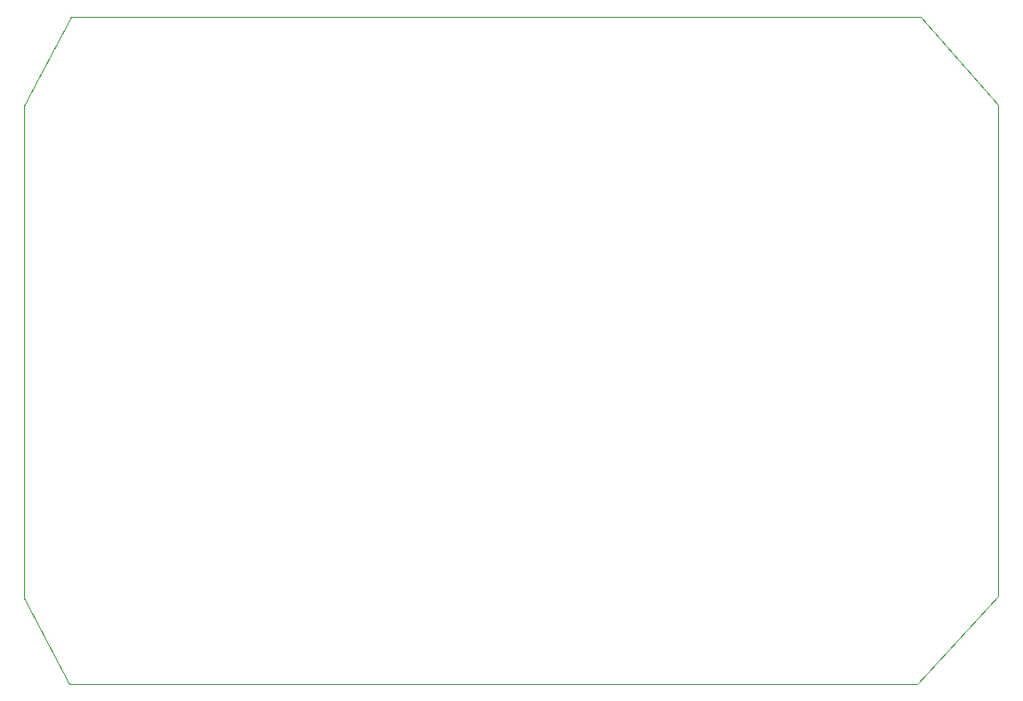
<source format=gko>
%FSTAX24Y24*%
%MOIN*%
G70*
G01*
G75*
G04 Layer_Color=16711935*
%ADD10R,0.0050X0.1000*%
%ADD11R,0.0440X0.0400*%
%ADD12R,0.0400X0.0440*%
%ADD13R,0.0440X0.0400*%
%ADD14R,0.0240X0.0870*%
%ADD15R,0.0240X0.0870*%
%ADD16R,0.1380X0.0480*%
%ADD17C,0.0160*%
%ADD18C,0.0240*%
%ADD19C,0.0120*%
%ADD20C,0.0200*%
%ADD21O,0.0600X0.1200*%
%ADD22O,0.1200X0.0600*%
%ADD23C,0.1250*%
%ADD24C,0.0400*%
%ADD25C,0.0060*%
%ADD26C,0.0050*%
%ADD27C,0.0020*%
%ADD28C,0.0100*%
%ADD29C,0.0034*%
%ADD30R,0.0130X0.1080*%
%ADD31R,0.0520X0.0480*%
%ADD32R,0.0480X0.0520*%
%ADD33R,0.0520X0.0480*%
%ADD34R,0.0320X0.0950*%
%ADD35R,0.0320X0.0950*%
%ADD36R,0.1460X0.0560*%
%ADD37O,0.0680X0.1280*%
%ADD38O,0.1280X0.0680*%
%ADD39C,0.1330*%
%ADD40C,0.0480*%
%ADD41C,0.0005*%
%ADD42C,0.0000*%
%ADD43R,0.0159X0.0238*%
%ADD44R,0.0238X0.0159*%
%ADD45R,0.0318X0.0159*%
%ADD46C,0.0040*%
%ADD47R,0.0200X0.0375*%
%ADD48R,0.0197X0.0375*%
%ADD49R,0.0375X0.0200*%
%ADD50R,0.0375X0.0197*%
%ADD51R,0.0340X0.0160*%
D42*
X01Y01325D02*
Y0317D01*
X01175Y03505D01*
X04361D01*
X04653Y03175D01*
Y0133D02*
Y03175D01*
X0435Y01D02*
X04653Y0133D01*
X0117Y01D02*
X0435D01*
X01Y01325D02*
X0117Y01D01*
M02*

</source>
